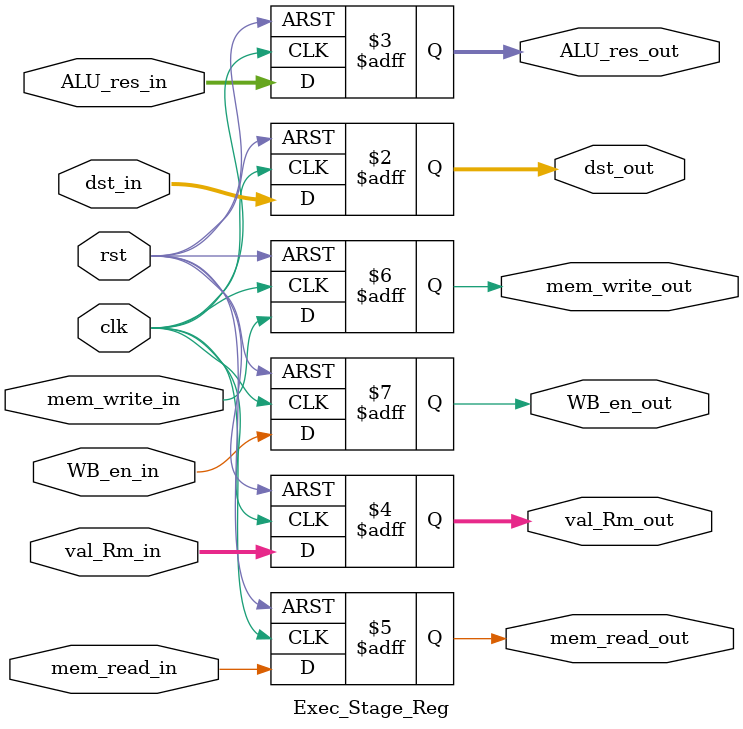
<source format=v>
`timescale 1ns / 1ns

`define WORD_WIDTH 32
`define REG_FILE_ADDRESS_LEN 4
`define REG_FILE_SIZE 16
`define MEMORY_DATA_LEN 8
`define MEMORY_SIZE 2048
`define SIGNED_IMM_WIDTH 24
`define SHIFTER_OPERAND_WIDTH 12

`define INSTRUCTION_LEN         32
`define INSTRUCTION_MEM_SIZE    2048
`define DATA_MEM_SIZE 64

`define LSL_SHIFT 2'b00
`define LSR_SHIFT 2'b01
`define ASR_SHIFT 2'b10
`define ROR_SHIFT 2'b11

`define MODE_ARITHMETIC 2'b00
`define MODE_MEM 2'b01
`define MODE_BRANCH 2'b10

`define EX_MOV 4'b0001
`define EX_MVN 4'b1001
`define EX_ADD 4'b0010
`define EX_ADC 4'b0011
`define EX_SUB 4'b0100
`define EX_SBC 4'b0101
`define EX_AND 4'b0110
`define EX_ORR 4'b0111
`define EX_EOR 4'b1000
`define EX_CMP 4'b0100     ///1100
`define EX_TST 4'b0110     ///1110
`define EX_LDR 4'b0010     ///1010
`define EX_STR 4'b0010     ///1010

`define OP_MOV 4'b1101
`define OP_MVN 4'b1111
`define OP_ADD 4'b0100
`define OP_ADC 4'b0101
`define OP_SUB 4'b0010
`define OP_SBC 4'b0110
`define OP_AND 4'b0000
`define OP_ORR 4'b1100
`define OP_EOR 4'b0001
`define OP_CMP 4'b1010
`define OP_TST 4'b1000
`define OP_LDR 4'b0100
`define OP_STR 4'b0100

module Exec_Stage_Reg (clk, rst, dst_in, mem_read_in, mem_write_in, WB_en_in, val_Rm_in, ALU_res_in, dst_out, ALU_res_out, val_Rm_out, mem_read_out, mem_write_out, WB_en_out);
    input clk, rst;
    input  [`REG_FILE_ADDRESS_LEN-1:0] dst_in;
    input  mem_read_in, mem_write_in, WB_en_in;
    input  [`WORD_WIDTH-1:0] val_Rm_in;
    input [`WORD_WIDTH-1:0] ALU_res_in;

    output reg [`REG_FILE_ADDRESS_LEN-1:0] dst_out;
    output reg [`WORD_WIDTH-1:0] ALU_res_out;
    output reg [`WORD_WIDTH-1:0] val_Rm_out;
    output reg mem_read_out, mem_write_out, WB_en_out;

    always @(posedge clk, posedge rst) begin
        if(rst) begin
        dst_out <= 0;
        ALU_res_out <= 0;
        val_Rm_out <= 0;
        mem_read_out <= 0;
        mem_write_out <= 0;
        WB_en_out <= 0;
        end
        else begin
        dst_out <= dst_in;
        ALU_res_out <= ALU_res_in;
        val_Rm_out <= val_Rm_in;
        mem_read_out <= mem_read_in;
        mem_write_out <= mem_write_in;
        WB_en_out <= WB_en_in;
        end
    end
endmodule
</source>
